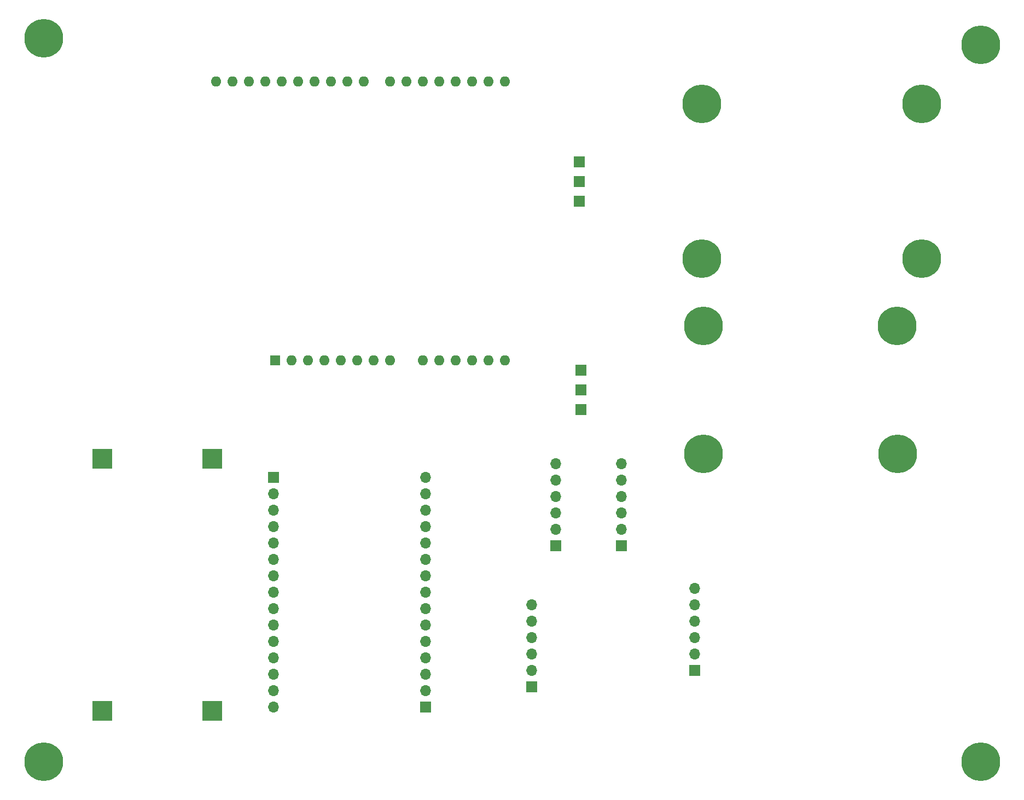
<source format=gbr>
%TF.GenerationSoftware,KiCad,Pcbnew,(5.1.10)-1*%
%TF.CreationDate,2022-01-13T09:31:49+07:00*%
%TF.ProjectId,Atuph2,41747570-6832-42e6-9b69-6361645f7063,rev?*%
%TF.SameCoordinates,Original*%
%TF.FileFunction,Soldermask,Top*%
%TF.FilePolarity,Negative*%
%FSLAX46Y46*%
G04 Gerber Fmt 4.6, Leading zero omitted, Abs format (unit mm)*
G04 Created by KiCad (PCBNEW (5.1.10)-1) date 2022-01-13 09:31:49*
%MOMM*%
%LPD*%
G01*
G04 APERTURE LIST*
%ADD10O,1.700000X1.700000*%
%ADD11R,1.700000X1.700000*%
%ADD12R,3.048000X3.048000*%
%ADD13C,6.000000*%
%ADD14O,1.600000X1.600000*%
%ADD15R,1.600000X1.600000*%
G04 APERTURE END LIST*
D10*
%TO.C,L3*%
X138012000Y-123698000D03*
X138012000Y-128778000D03*
X138012000Y-133858000D03*
D11*
X138012000Y-136398000D03*
D10*
X138012000Y-126238000D03*
X138012000Y-131318000D03*
X163232000Y-121158000D03*
X163232000Y-126238000D03*
X163232000Y-131318000D03*
D11*
X163232000Y-133858000D03*
D10*
X163232000Y-123698000D03*
X163232000Y-128778000D03*
%TD*%
D12*
%TO.C,L2*%
X71510000Y-140150000D03*
X88510000Y-140150000D03*
X88510000Y-101150000D03*
X71510000Y-101150000D03*
%TD*%
D10*
%TO.C,L1*%
X141732000Y-112014000D03*
D11*
X141732000Y-114554000D03*
D10*
X141732000Y-104394000D03*
X141732000Y-109474000D03*
X141732000Y-101854000D03*
X141732000Y-106934000D03*
X151892000Y-109474000D03*
X151892000Y-104394000D03*
D11*
X151892000Y-114554000D03*
D10*
X151892000Y-101854000D03*
X151892000Y-112014000D03*
X151892000Y-106934000D03*
%TD*%
%TO.C,J2*%
X121560000Y-104014000D03*
X121560000Y-106554000D03*
X121560000Y-109094000D03*
X121560000Y-111634000D03*
X121560000Y-114174000D03*
X121560000Y-116714000D03*
X121560000Y-119254000D03*
X121560000Y-121794000D03*
X121560000Y-124334000D03*
X121560000Y-126874000D03*
X121560000Y-129414000D03*
X121560000Y-131954000D03*
X121560000Y-134494000D03*
X121560000Y-137034000D03*
D11*
X121560000Y-139574000D03*
%TD*%
D10*
%TO.C,J1*%
X98000000Y-139574000D03*
X98000000Y-137034000D03*
X98000000Y-134494000D03*
X98000000Y-131954000D03*
X98000000Y-129414000D03*
X98000000Y-126874000D03*
X98000000Y-124334000D03*
X98000000Y-121794000D03*
X98000000Y-119254000D03*
X98000000Y-116714000D03*
X98000000Y-114174000D03*
X98000000Y-111634000D03*
X98000000Y-109094000D03*
X98000000Y-106554000D03*
D11*
X98000000Y-104014000D03*
%TD*%
D13*
%TO.C,H4*%
X207474000Y-148014000D03*
%TD*%
%TO.C,H3*%
X62474000Y-148014000D03*
%TD*%
%TO.C,H2*%
X62474000Y-36014000D03*
%TD*%
%TO.C,H1*%
X207474000Y-37014000D03*
%TD*%
D11*
%TO.C,D2*%
X145594000Y-90424000D03*
X145594000Y-93472000D03*
X145594000Y-87376000D03*
D13*
X164592000Y-100330000D03*
X164592000Y-80548000D03*
X194614000Y-100360000D03*
X194564000Y-80518000D03*
%TD*%
D11*
%TO.C,D1*%
X145356000Y-55118000D03*
X145356000Y-58166000D03*
X145356000Y-61214000D03*
D13*
X198356000Y-46166000D03*
X164356000Y-46166000D03*
X164356000Y-70166000D03*
X198356000Y-70166000D03*
%TD*%
D14*
%TO.C,A1*%
X121173000Y-42698000D03*
X99333000Y-42698000D03*
X109493000Y-42698000D03*
X96793000Y-42698000D03*
X94253000Y-42698000D03*
X133873000Y-42698000D03*
X116093000Y-42698000D03*
X118633000Y-42698000D03*
X126253000Y-42698000D03*
X131333000Y-42698000D03*
X128793000Y-42698000D03*
X123713000Y-42698000D03*
X91713000Y-42698000D03*
X89173000Y-42698000D03*
X104413000Y-42698000D03*
X106953000Y-42698000D03*
X112033000Y-42698000D03*
X101873000Y-42698000D03*
X100853000Y-85878000D03*
X116093000Y-85878000D03*
D15*
X98313000Y-85878000D03*
D14*
X111013000Y-85878000D03*
X103393000Y-85878000D03*
X113553000Y-85878000D03*
X133873000Y-85878000D03*
X105933000Y-85878000D03*
X108473000Y-85878000D03*
X126253000Y-85878000D03*
X121173000Y-85878000D03*
X123713000Y-85878000D03*
X128793000Y-85878000D03*
X131333000Y-85878000D03*
%TD*%
M02*

</source>
